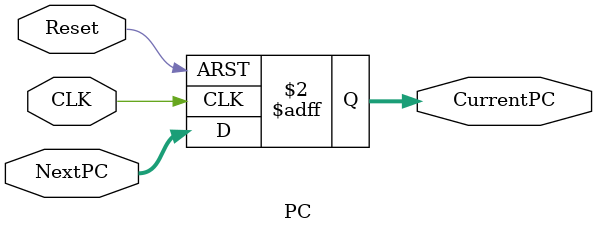
<source format=v>
`timescale 1ns / 1ps
module PC(
	input CLK, Reset,
	input [7:0] NextPC,
	output reg [7:0] CurrentPC
   );
	
	always @(posedge CLK or posedge Reset) begin
		if(Reset) begin
			CurrentPC <= 8'd0;
		end
		else begin
			CurrentPC <= NextPC;
		end
	end
	
endmodule

</source>
